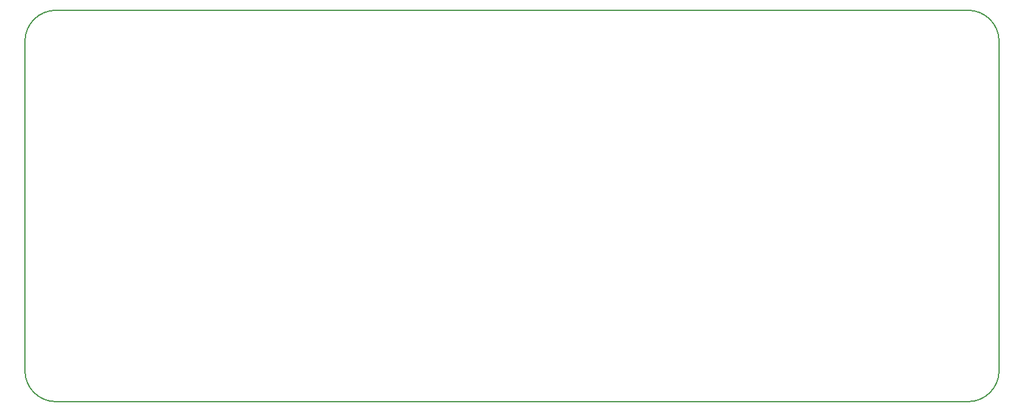
<source format=gbr>
G04 #@! TF.GenerationSoftware,KiCad,Pcbnew,(5.1.2)-1*
G04 #@! TF.CreationDate,2019-05-25T20:01:39-03:00*
G04 #@! TF.ProjectId,dragonmanh7,64726167-6f6e-46d6-916e-68372e6b6963,rev?*
G04 #@! TF.SameCoordinates,Original*
G04 #@! TF.FileFunction,Profile,NP*
%FSLAX46Y46*%
G04 Gerber Fmt 4.6, Leading zero omitted, Abs format (unit mm)*
G04 Created by KiCad (PCBNEW (5.1.2)-1) date 2019-05-25 20:01:39*
%MOMM*%
%LPD*%
G04 APERTURE LIST*
%ADD10C,0.150000*%
G04 APERTURE END LIST*
D10*
X62992000Y-82550000D02*
G75*
G02X58674000Y-78232000I0J4318000D01*
G01*
X58674000Y-32258000D02*
G75*
G02X62992000Y-27940000I4318000J0D01*
G01*
X189992000Y-27940000D02*
G75*
G02X194310000Y-32258000I0J-4318000D01*
G01*
X194310000Y-78232000D02*
G75*
G02X189992000Y-82550000I-4318000J0D01*
G01*
X62992000Y-27940000D02*
X189992000Y-27940000D01*
X58674000Y-32258000D02*
X58674000Y-78232000D01*
X62992000Y-82550000D02*
X189992000Y-82550000D01*
X194310000Y-32258000D02*
X194310000Y-78232000D01*
M02*

</source>
